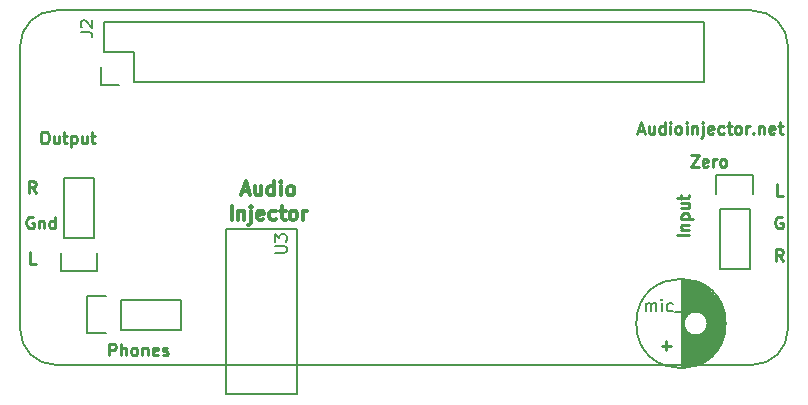
<source format=gto>
G04 #@! TF.FileFunction,Legend,Top*
%FSLAX45Y45*%
G04 Gerber Fmt 4.5, Leading zero omitted, Abs format (unit mm)*
G04 Created by KiCad (PCBNEW 4.0.6+dfsg1-1) date Thu Nov  9 14:23:44 2017*
%MOMM*%
%LPD*%
G01*
G04 APERTURE LIST*
%ADD10C,0.150000*%
%ADD11C,0.250000*%
%ADD12C,0.300000*%
G04 APERTURE END LIST*
D10*
D11*
X15881905Y-12387143D02*
X15958095Y-12387143D01*
X15920000Y-12425238D02*
X15920000Y-12349048D01*
X16127619Y-10775238D02*
X16194286Y-10775238D01*
X16127619Y-10875238D01*
X16194286Y-10875238D01*
X16270476Y-10870476D02*
X16260952Y-10875238D01*
X16241905Y-10875238D01*
X16232381Y-10870476D01*
X16227619Y-10860952D01*
X16227619Y-10822857D01*
X16232381Y-10813333D01*
X16241905Y-10808571D01*
X16260952Y-10808571D01*
X16270476Y-10813333D01*
X16275238Y-10822857D01*
X16275238Y-10832381D01*
X16227619Y-10841905D01*
X16318095Y-10875238D02*
X16318095Y-10808571D01*
X16318095Y-10827619D02*
X16322857Y-10818095D01*
X16327619Y-10813333D01*
X16337143Y-10808571D01*
X16346667Y-10808571D01*
X16394286Y-10875238D02*
X16384762Y-10870476D01*
X16380000Y-10865714D01*
X16375238Y-10856191D01*
X16375238Y-10827619D01*
X16380000Y-10818095D01*
X16384762Y-10813333D01*
X16394286Y-10808571D01*
X16408571Y-10808571D01*
X16418095Y-10813333D01*
X16422857Y-10818095D01*
X16427619Y-10827619D01*
X16427619Y-10856191D01*
X16422857Y-10865714D01*
X16418095Y-10870476D01*
X16408571Y-10875238D01*
X16394286Y-10875238D01*
X15682857Y-10566667D02*
X15730476Y-10566667D01*
X15673333Y-10595238D02*
X15706667Y-10495238D01*
X15740000Y-10595238D01*
X15816190Y-10528571D02*
X15816190Y-10595238D01*
X15773333Y-10528571D02*
X15773333Y-10580952D01*
X15778095Y-10590476D01*
X15787619Y-10595238D01*
X15801905Y-10595238D01*
X15811429Y-10590476D01*
X15816190Y-10585714D01*
X15906667Y-10595238D02*
X15906667Y-10495238D01*
X15906667Y-10590476D02*
X15897143Y-10595238D01*
X15878095Y-10595238D01*
X15868571Y-10590476D01*
X15863809Y-10585714D01*
X15859048Y-10576191D01*
X15859048Y-10547619D01*
X15863809Y-10538095D01*
X15868571Y-10533333D01*
X15878095Y-10528571D01*
X15897143Y-10528571D01*
X15906667Y-10533333D01*
X15954286Y-10595238D02*
X15954286Y-10528571D01*
X15954286Y-10495238D02*
X15949524Y-10500000D01*
X15954286Y-10504762D01*
X15959048Y-10500000D01*
X15954286Y-10495238D01*
X15954286Y-10504762D01*
X16016190Y-10595238D02*
X16006667Y-10590476D01*
X16001905Y-10585714D01*
X15997143Y-10576191D01*
X15997143Y-10547619D01*
X16001905Y-10538095D01*
X16006667Y-10533333D01*
X16016190Y-10528571D01*
X16030476Y-10528571D01*
X16040000Y-10533333D01*
X16044762Y-10538095D01*
X16049524Y-10547619D01*
X16049524Y-10576191D01*
X16044762Y-10585714D01*
X16040000Y-10590476D01*
X16030476Y-10595238D01*
X16016190Y-10595238D01*
X16092381Y-10595238D02*
X16092381Y-10528571D01*
X16092381Y-10495238D02*
X16087619Y-10500000D01*
X16092381Y-10504762D01*
X16097143Y-10500000D01*
X16092381Y-10495238D01*
X16092381Y-10504762D01*
X16140000Y-10528571D02*
X16140000Y-10595238D01*
X16140000Y-10538095D02*
X16144762Y-10533333D01*
X16154286Y-10528571D01*
X16168571Y-10528571D01*
X16178095Y-10533333D01*
X16182857Y-10542857D01*
X16182857Y-10595238D01*
X16230476Y-10528571D02*
X16230476Y-10614286D01*
X16225714Y-10623810D01*
X16216190Y-10628571D01*
X16211428Y-10628571D01*
X16230476Y-10495238D02*
X16225714Y-10500000D01*
X16230476Y-10504762D01*
X16235238Y-10500000D01*
X16230476Y-10495238D01*
X16230476Y-10504762D01*
X16316190Y-10590476D02*
X16306667Y-10595238D01*
X16287619Y-10595238D01*
X16278095Y-10590476D01*
X16273333Y-10580952D01*
X16273333Y-10542857D01*
X16278095Y-10533333D01*
X16287619Y-10528571D01*
X16306667Y-10528571D01*
X16316190Y-10533333D01*
X16320952Y-10542857D01*
X16320952Y-10552381D01*
X16273333Y-10561905D01*
X16406667Y-10590476D02*
X16397143Y-10595238D01*
X16378095Y-10595238D01*
X16368571Y-10590476D01*
X16363809Y-10585714D01*
X16359047Y-10576191D01*
X16359047Y-10547619D01*
X16363809Y-10538095D01*
X16368571Y-10533333D01*
X16378095Y-10528571D01*
X16397143Y-10528571D01*
X16406667Y-10533333D01*
X16435238Y-10528571D02*
X16473333Y-10528571D01*
X16449524Y-10495238D02*
X16449524Y-10580952D01*
X16454286Y-10590476D01*
X16463809Y-10595238D01*
X16473333Y-10595238D01*
X16520952Y-10595238D02*
X16511428Y-10590476D01*
X16506667Y-10585714D01*
X16501905Y-10576191D01*
X16501905Y-10547619D01*
X16506667Y-10538095D01*
X16511428Y-10533333D01*
X16520952Y-10528571D01*
X16535238Y-10528571D01*
X16544762Y-10533333D01*
X16549524Y-10538095D01*
X16554286Y-10547619D01*
X16554286Y-10576191D01*
X16549524Y-10585714D01*
X16544762Y-10590476D01*
X16535238Y-10595238D01*
X16520952Y-10595238D01*
X16597143Y-10595238D02*
X16597143Y-10528571D01*
X16597143Y-10547619D02*
X16601905Y-10538095D01*
X16606667Y-10533333D01*
X16616190Y-10528571D01*
X16625714Y-10528571D01*
X16659048Y-10585714D02*
X16663809Y-10590476D01*
X16659048Y-10595238D01*
X16654286Y-10590476D01*
X16659048Y-10585714D01*
X16659048Y-10595238D01*
X16706667Y-10528571D02*
X16706667Y-10595238D01*
X16706667Y-10538095D02*
X16711428Y-10533333D01*
X16720952Y-10528571D01*
X16735238Y-10528571D01*
X16744762Y-10533333D01*
X16749524Y-10542857D01*
X16749524Y-10595238D01*
X16835238Y-10590476D02*
X16825714Y-10595238D01*
X16806667Y-10595238D01*
X16797143Y-10590476D01*
X16792381Y-10580952D01*
X16792381Y-10542857D01*
X16797143Y-10533333D01*
X16806667Y-10528571D01*
X16825714Y-10528571D01*
X16835238Y-10533333D01*
X16840000Y-10542857D01*
X16840000Y-10552381D01*
X16792381Y-10561905D01*
X16868571Y-10528571D02*
X16906667Y-10528571D01*
X16882857Y-10495238D02*
X16882857Y-10580952D01*
X16887619Y-10590476D01*
X16897143Y-10595238D01*
X16906667Y-10595238D01*
X11204762Y-12470238D02*
X11204762Y-12370238D01*
X11242857Y-12370238D01*
X11252381Y-12375000D01*
X11257143Y-12379762D01*
X11261905Y-12389286D01*
X11261905Y-12403571D01*
X11257143Y-12413095D01*
X11252381Y-12417857D01*
X11242857Y-12422619D01*
X11204762Y-12422619D01*
X11304762Y-12470238D02*
X11304762Y-12370238D01*
X11347619Y-12470238D02*
X11347619Y-12417857D01*
X11342857Y-12408333D01*
X11333333Y-12403571D01*
X11319048Y-12403571D01*
X11309524Y-12408333D01*
X11304762Y-12413095D01*
X11409524Y-12470238D02*
X11400000Y-12465476D01*
X11395238Y-12460714D01*
X11390476Y-12451190D01*
X11390476Y-12422619D01*
X11395238Y-12413095D01*
X11400000Y-12408333D01*
X11409524Y-12403571D01*
X11423810Y-12403571D01*
X11433333Y-12408333D01*
X11438095Y-12413095D01*
X11442857Y-12422619D01*
X11442857Y-12451190D01*
X11438095Y-12460714D01*
X11433333Y-12465476D01*
X11423810Y-12470238D01*
X11409524Y-12470238D01*
X11485714Y-12403571D02*
X11485714Y-12470238D01*
X11485714Y-12413095D02*
X11490476Y-12408333D01*
X11500000Y-12403571D01*
X11514286Y-12403571D01*
X11523810Y-12408333D01*
X11528571Y-12417857D01*
X11528571Y-12470238D01*
X11614286Y-12465476D02*
X11604762Y-12470238D01*
X11585714Y-12470238D01*
X11576190Y-12465476D01*
X11571429Y-12455952D01*
X11571429Y-12417857D01*
X11576190Y-12408333D01*
X11585714Y-12403571D01*
X11604762Y-12403571D01*
X11614286Y-12408333D01*
X11619048Y-12417857D01*
X11619048Y-12427381D01*
X11571429Y-12436905D01*
X11657143Y-12465476D02*
X11666667Y-12470238D01*
X11685714Y-12470238D01*
X11695238Y-12465476D01*
X11700000Y-12455952D01*
X11700000Y-12451190D01*
X11695238Y-12441667D01*
X11685714Y-12436905D01*
X11671429Y-12436905D01*
X11661905Y-12432143D01*
X11657143Y-12422619D01*
X11657143Y-12417857D01*
X11661905Y-12408333D01*
X11671429Y-12403571D01*
X11685714Y-12403571D01*
X11695238Y-12408333D01*
X16115238Y-11454286D02*
X16015238Y-11454286D01*
X16048571Y-11406667D02*
X16115238Y-11406667D01*
X16058095Y-11406667D02*
X16053333Y-11401905D01*
X16048571Y-11392381D01*
X16048571Y-11378095D01*
X16053333Y-11368571D01*
X16062857Y-11363809D01*
X16115238Y-11363809D01*
X16048571Y-11316190D02*
X16148571Y-11316190D01*
X16053333Y-11316190D02*
X16048571Y-11306667D01*
X16048571Y-11287619D01*
X16053333Y-11278095D01*
X16058095Y-11273333D01*
X16067619Y-11268571D01*
X16096190Y-11268571D01*
X16105714Y-11273333D01*
X16110476Y-11278095D01*
X16115238Y-11287619D01*
X16115238Y-11306667D01*
X16110476Y-11316190D01*
X16048571Y-11182857D02*
X16115238Y-11182857D01*
X16048571Y-11225714D02*
X16100952Y-11225714D01*
X16110476Y-11220952D01*
X16115238Y-11211429D01*
X16115238Y-11197143D01*
X16110476Y-11187619D01*
X16105714Y-11182857D01*
X16048571Y-11149524D02*
X16048571Y-11111429D01*
X16015238Y-11135238D02*
X16100952Y-11135238D01*
X16110476Y-11130476D01*
X16115238Y-11120952D01*
X16115238Y-11111429D01*
X10560714Y-11300000D02*
X10551191Y-11295238D01*
X10536905Y-11295238D01*
X10522619Y-11300000D01*
X10513095Y-11309524D01*
X10508333Y-11319048D01*
X10503571Y-11338095D01*
X10503571Y-11352381D01*
X10508333Y-11371429D01*
X10513095Y-11380952D01*
X10522619Y-11390476D01*
X10536905Y-11395238D01*
X10546429Y-11395238D01*
X10560714Y-11390476D01*
X10565476Y-11385714D01*
X10565476Y-11352381D01*
X10546429Y-11352381D01*
X10608333Y-11328571D02*
X10608333Y-11395238D01*
X10608333Y-11338095D02*
X10613095Y-11333333D01*
X10622619Y-11328571D01*
X10636905Y-11328571D01*
X10646429Y-11333333D01*
X10651191Y-11342857D01*
X10651191Y-11395238D01*
X10741667Y-11395238D02*
X10741667Y-11295238D01*
X10741667Y-11390476D02*
X10732143Y-11395238D01*
X10713095Y-11395238D01*
X10703571Y-11390476D01*
X10698810Y-11385714D01*
X10694048Y-11376190D01*
X10694048Y-11347619D01*
X10698810Y-11338095D01*
X10703571Y-11333333D01*
X10713095Y-11328571D01*
X10732143Y-11328571D01*
X10741667Y-11333333D01*
X10580952Y-11695238D02*
X10533333Y-11695238D01*
X10533333Y-11595238D01*
X10647619Y-10575238D02*
X10666667Y-10575238D01*
X10676191Y-10580000D01*
X10685714Y-10589524D01*
X10690476Y-10608571D01*
X10690476Y-10641905D01*
X10685714Y-10660952D01*
X10676191Y-10670476D01*
X10666667Y-10675238D01*
X10647619Y-10675238D01*
X10638095Y-10670476D01*
X10628571Y-10660952D01*
X10623810Y-10641905D01*
X10623810Y-10608571D01*
X10628571Y-10589524D01*
X10638095Y-10580000D01*
X10647619Y-10575238D01*
X10776191Y-10608571D02*
X10776191Y-10675238D01*
X10733333Y-10608571D02*
X10733333Y-10660952D01*
X10738095Y-10670476D01*
X10747619Y-10675238D01*
X10761905Y-10675238D01*
X10771429Y-10670476D01*
X10776191Y-10665714D01*
X10809524Y-10608571D02*
X10847619Y-10608571D01*
X10823810Y-10575238D02*
X10823810Y-10660952D01*
X10828571Y-10670476D01*
X10838095Y-10675238D01*
X10847619Y-10675238D01*
X10880952Y-10608571D02*
X10880952Y-10708571D01*
X10880952Y-10613333D02*
X10890476Y-10608571D01*
X10909524Y-10608571D01*
X10919048Y-10613333D01*
X10923810Y-10618095D01*
X10928572Y-10627619D01*
X10928572Y-10656191D01*
X10923810Y-10665714D01*
X10919048Y-10670476D01*
X10909524Y-10675238D01*
X10890476Y-10675238D01*
X10880952Y-10670476D01*
X11014286Y-10608571D02*
X11014286Y-10675238D01*
X10971429Y-10608571D02*
X10971429Y-10660952D01*
X10976191Y-10670476D01*
X10985714Y-10675238D01*
X11000000Y-10675238D01*
X11009524Y-10670476D01*
X11014286Y-10665714D01*
X11047619Y-10608571D02*
X11085714Y-10608571D01*
X11061905Y-10575238D02*
X11061905Y-10660952D01*
X11066667Y-10670476D01*
X11076191Y-10675238D01*
X11085714Y-10675238D01*
X10580952Y-11095238D02*
X10547619Y-11047619D01*
X10523810Y-11095238D02*
X10523810Y-10995238D01*
X10561905Y-10995238D01*
X10571429Y-11000000D01*
X10576191Y-11004762D01*
X10580952Y-11014286D01*
X10580952Y-11028571D01*
X10576191Y-11038095D01*
X10571429Y-11042857D01*
X10561905Y-11047619D01*
X10523810Y-11047619D01*
X16905952Y-11120238D02*
X16858333Y-11120238D01*
X16858333Y-11020238D01*
X16901191Y-11300000D02*
X16891667Y-11295238D01*
X16877381Y-11295238D01*
X16863095Y-11300000D01*
X16853571Y-11309524D01*
X16848810Y-11319048D01*
X16844048Y-11338095D01*
X16844048Y-11352381D01*
X16848810Y-11371429D01*
X16853571Y-11380952D01*
X16863095Y-11390476D01*
X16877381Y-11395238D01*
X16886905Y-11395238D01*
X16901191Y-11390476D01*
X16905952Y-11385714D01*
X16905952Y-11352381D01*
X16886905Y-11352381D01*
X16905952Y-11670238D02*
X16872619Y-11622619D01*
X16848810Y-11670238D02*
X16848810Y-11570238D01*
X16886905Y-11570238D01*
X16896429Y-11575000D01*
X16901191Y-11579762D01*
X16905952Y-11589286D01*
X16905952Y-11603571D01*
X16901191Y-11613095D01*
X16896429Y-11617857D01*
X16886905Y-11622619D01*
X16848810Y-11622619D01*
D12*
X12331188Y-11080942D02*
X12388331Y-11080942D01*
X12319759Y-11115228D02*
X12359759Y-10995228D01*
X12399759Y-11115228D01*
X12491188Y-11035228D02*
X12491188Y-11115228D01*
X12439759Y-11035228D02*
X12439759Y-11098085D01*
X12445474Y-11109513D01*
X12456902Y-11115228D01*
X12474045Y-11115228D01*
X12485474Y-11109513D01*
X12491188Y-11103799D01*
X12599759Y-11115228D02*
X12599759Y-10995228D01*
X12599759Y-11109513D02*
X12588331Y-11115228D01*
X12565474Y-11115228D01*
X12554045Y-11109513D01*
X12548331Y-11103799D01*
X12542616Y-11092371D01*
X12542616Y-11058085D01*
X12548331Y-11046656D01*
X12554045Y-11040942D01*
X12565474Y-11035228D01*
X12588331Y-11035228D01*
X12599759Y-11040942D01*
X12656902Y-11115228D02*
X12656902Y-11035228D01*
X12656902Y-10995228D02*
X12651188Y-11000942D01*
X12656902Y-11006656D01*
X12662616Y-11000942D01*
X12656902Y-10995228D01*
X12656902Y-11006656D01*
X12731188Y-11115228D02*
X12719759Y-11109513D01*
X12714045Y-11103799D01*
X12708331Y-11092371D01*
X12708331Y-11058085D01*
X12714045Y-11046656D01*
X12719759Y-11040942D01*
X12731188Y-11035228D01*
X12748331Y-11035228D01*
X12759759Y-11040942D01*
X12765474Y-11046656D01*
X12771188Y-11058085D01*
X12771188Y-11092371D01*
X12765474Y-11103799D01*
X12759759Y-11109513D01*
X12748331Y-11115228D01*
X12731188Y-11115228D01*
X12239759Y-11325228D02*
X12239759Y-11205228D01*
X12296902Y-11245228D02*
X12296902Y-11325228D01*
X12296902Y-11256656D02*
X12302617Y-11250942D01*
X12314045Y-11245228D01*
X12331188Y-11245228D01*
X12342617Y-11250942D01*
X12348331Y-11262371D01*
X12348331Y-11325228D01*
X12405474Y-11245228D02*
X12405474Y-11348085D01*
X12399759Y-11359513D01*
X12388331Y-11365228D01*
X12382617Y-11365228D01*
X12405474Y-11205228D02*
X12399759Y-11210942D01*
X12405474Y-11216656D01*
X12411188Y-11210942D01*
X12405474Y-11205228D01*
X12405474Y-11216656D01*
X12508331Y-11319513D02*
X12496902Y-11325228D01*
X12474045Y-11325228D01*
X12462617Y-11319513D01*
X12456902Y-11308085D01*
X12456902Y-11262371D01*
X12462617Y-11250942D01*
X12474045Y-11245228D01*
X12496902Y-11245228D01*
X12508331Y-11250942D01*
X12514045Y-11262371D01*
X12514045Y-11273799D01*
X12456902Y-11285228D01*
X12616902Y-11319513D02*
X12605474Y-11325228D01*
X12582617Y-11325228D01*
X12571188Y-11319513D01*
X12565474Y-11313799D01*
X12559759Y-11302371D01*
X12559759Y-11268085D01*
X12565474Y-11256656D01*
X12571188Y-11250942D01*
X12582617Y-11245228D01*
X12605474Y-11245228D01*
X12616902Y-11250942D01*
X12651188Y-11245228D02*
X12696902Y-11245228D01*
X12668331Y-11205228D02*
X12668331Y-11308085D01*
X12674045Y-11319513D01*
X12685474Y-11325228D01*
X12696902Y-11325228D01*
X12754045Y-11325228D02*
X12742617Y-11319513D01*
X12736902Y-11313799D01*
X12731188Y-11302371D01*
X12731188Y-11268085D01*
X12736902Y-11256656D01*
X12742617Y-11250942D01*
X12754045Y-11245228D01*
X12771188Y-11245228D01*
X12782617Y-11250942D01*
X12788331Y-11256656D01*
X12794045Y-11268085D01*
X12794045Y-11302371D01*
X12788331Y-11313799D01*
X12782617Y-11319513D01*
X12771188Y-11325228D01*
X12754045Y-11325228D01*
X12845474Y-11325228D02*
X12845474Y-11245228D01*
X12845474Y-11268085D02*
X12851188Y-11256656D01*
X12856902Y-11250942D01*
X12868331Y-11245228D01*
X12879759Y-11245228D01*
D10*
X16950000Y-12205000D02*
X16950000Y-12250000D01*
X16650000Y-12550000D02*
X16595000Y-12550000D01*
X16950000Y-12205000D02*
X16950000Y-12250000D01*
X16950000Y-9850000D02*
X16950000Y-12205000D01*
X10750000Y-12550000D02*
X16595000Y-12550000D01*
X10450000Y-11450000D02*
X10450000Y-12250000D01*
X10750000Y-9550000D02*
X16600000Y-9550000D01*
X10450000Y-11450000D02*
X10450000Y-9850000D01*
X10450000Y-12250000D02*
G75*
G03X10750000Y-12550000I300000J0D01*
G01*
X16650000Y-12550000D02*
G75*
G03X16950000Y-12250000I0J300000D01*
G01*
X16650000Y-9550000D02*
X16600000Y-9550000D01*
X16950000Y-9850000D02*
G75*
G03X16650000Y-9550000I-300000J0D01*
G01*
X10750000Y-9550000D02*
G75*
G03X10450000Y-9850000I0J-300000D01*
G01*
X16373000Y-11227000D02*
X16373000Y-11735000D01*
X16373000Y-11735000D02*
X16627000Y-11735000D01*
X16627000Y-11735000D02*
X16627000Y-11227000D01*
X16655000Y-10945000D02*
X16655000Y-11100000D01*
X16627000Y-11227000D02*
X16373000Y-11227000D01*
X16345000Y-11100000D02*
X16345000Y-10945000D01*
X16345000Y-10945000D02*
X16655000Y-10945000D01*
X16244188Y-9644942D02*
X11164188Y-9644942D01*
X11418188Y-10152942D02*
X16244188Y-10152942D01*
X16244188Y-9644942D02*
X16244188Y-10152942D01*
X11164188Y-9644942D02*
X11164188Y-9898942D01*
X11136188Y-10025942D02*
X11136188Y-10180942D01*
X11164188Y-9898942D02*
X11418188Y-9898942D01*
X11418188Y-9898942D02*
X11418188Y-10152942D01*
X11136188Y-10180942D02*
X11291188Y-10180942D01*
X12191188Y-12550942D02*
X12191188Y-12800942D01*
X12191188Y-12800942D02*
X12791188Y-12800942D01*
X12791188Y-12800942D02*
X12791188Y-12550942D01*
X12191188Y-12550942D02*
X12191188Y-11400942D01*
X12191188Y-11400942D02*
X12791188Y-11400942D01*
X12791188Y-11400942D02*
X12791188Y-12550942D01*
X12791188Y-12550942D02*
X12191188Y-12550942D01*
X16052500Y-11825100D02*
X16052500Y-12574900D01*
X16066500Y-11825600D02*
X16066500Y-12574400D01*
X16080500Y-11826700D02*
X16080500Y-12155400D01*
X16080500Y-12244600D02*
X16080500Y-12573300D01*
X16094500Y-11828300D02*
X16094500Y-12134400D01*
X16094500Y-12265600D02*
X16094500Y-12571700D01*
X16108500Y-11830400D02*
X16108500Y-12121100D01*
X16108500Y-12278900D02*
X16108500Y-12569600D01*
X16122500Y-11833100D02*
X16122500Y-12112000D01*
X16122500Y-12288000D02*
X16122500Y-12566900D01*
X16136500Y-11836300D02*
X16136500Y-12105800D01*
X16136500Y-12294200D02*
X16136500Y-12563700D01*
X16150500Y-11840100D02*
X16150500Y-12101900D01*
X16150500Y-12298100D02*
X16150500Y-12559900D01*
X16164500Y-11844500D02*
X16164500Y-12100200D01*
X16164500Y-12299800D02*
X16164500Y-12555500D01*
X16178500Y-11849600D02*
X16178500Y-12100400D01*
X16178500Y-12299600D02*
X16178500Y-12550400D01*
X16192500Y-11855200D02*
X16192500Y-12102600D01*
X16192500Y-12297400D02*
X16192500Y-12544800D01*
X16206500Y-11861600D02*
X16206500Y-12106900D01*
X16206500Y-12293100D02*
X16206500Y-12538400D01*
X16220500Y-11868600D02*
X16220500Y-12113700D01*
X16220500Y-12286300D02*
X16220500Y-12531400D01*
X16234500Y-11876400D02*
X16234500Y-12123600D01*
X16234500Y-12276400D02*
X16234500Y-12523600D01*
X16248500Y-11885000D02*
X16248500Y-12138100D01*
X16248500Y-12261900D02*
X16248500Y-12515000D01*
X16262500Y-11894500D02*
X16262500Y-12162000D01*
X16262500Y-12238000D02*
X16262500Y-12505500D01*
X16276500Y-11905000D02*
X16276500Y-12495000D01*
X16290500Y-11916500D02*
X16290500Y-12483500D01*
X16304500Y-11929300D02*
X16304500Y-12470700D01*
X16318500Y-11943400D02*
X16318500Y-12456600D01*
X16332500Y-11959200D02*
X16332500Y-12440800D01*
X16346500Y-11977000D02*
X16346500Y-12423000D01*
X16360500Y-11997300D02*
X16360500Y-12402700D01*
X16374500Y-12021000D02*
X16374500Y-12379000D01*
X16388500Y-12049600D02*
X16388500Y-12350400D01*
X16402500Y-12086800D02*
X16402500Y-12313200D01*
X16416500Y-12148900D02*
X16416500Y-12251100D01*
X16270000Y-12200000D02*
G75*
G03X16270000Y-12200000I-100000J0D01*
G01*
X16423750Y-12200000D02*
G75*
G03X16423750Y-12200000I-378750J0D01*
G01*
X11077000Y-11473000D02*
X11077000Y-10965000D01*
X11077000Y-10965000D02*
X10823000Y-10965000D01*
X10823000Y-10965000D02*
X10823000Y-11473000D01*
X10795000Y-11755000D02*
X10795000Y-11600000D01*
X10823000Y-11473000D02*
X11077000Y-11473000D01*
X11105000Y-11600000D02*
X11105000Y-11755000D01*
X11105000Y-11755000D02*
X10795000Y-11755000D01*
X11302000Y-12252000D02*
X11810000Y-12252000D01*
X11810000Y-12252000D02*
X11810000Y-11998000D01*
X11810000Y-11998000D02*
X11302000Y-11998000D01*
X11020000Y-11970000D02*
X11175000Y-11970000D01*
X11302000Y-11998000D02*
X11302000Y-12252000D01*
X11175000Y-12280000D02*
X11020000Y-12280000D01*
X11020000Y-12280000D02*
X11020000Y-11970000D01*
X10961426Y-9734275D02*
X11032855Y-9734275D01*
X11047140Y-9739037D01*
X11056664Y-9748561D01*
X11061426Y-9762847D01*
X11061426Y-9772371D01*
X10970950Y-9691418D02*
X10966188Y-9686656D01*
X10961426Y-9677133D01*
X10961426Y-9653323D01*
X10966188Y-9643799D01*
X10970950Y-9639037D01*
X10980474Y-9634275D01*
X10989998Y-9634275D01*
X11004283Y-9639037D01*
X11061426Y-9696180D01*
X11061426Y-9634275D01*
X12606426Y-11602132D02*
X12687378Y-11602132D01*
X12696902Y-11597371D01*
X12701664Y-11592609D01*
X12706426Y-11583085D01*
X12706426Y-11564037D01*
X12701664Y-11554513D01*
X12696902Y-11549751D01*
X12687378Y-11544990D01*
X12606426Y-11544990D01*
X12606426Y-11506894D02*
X12606426Y-11444990D01*
X12644521Y-11478323D01*
X12644521Y-11464037D01*
X12649283Y-11454513D01*
X12654045Y-11449751D01*
X12663569Y-11444990D01*
X12687378Y-11444990D01*
X12696902Y-11449751D01*
X12701664Y-11454513D01*
X12706426Y-11464037D01*
X12706426Y-11492609D01*
X12701664Y-11502132D01*
X12696902Y-11506894D01*
X15749762Y-12095238D02*
X15749762Y-12028571D01*
X15749762Y-12038095D02*
X15754524Y-12033333D01*
X15764048Y-12028571D01*
X15778333Y-12028571D01*
X15787857Y-12033333D01*
X15792619Y-12042857D01*
X15792619Y-12095238D01*
X15792619Y-12042857D02*
X15797381Y-12033333D01*
X15806905Y-12028571D01*
X15821190Y-12028571D01*
X15830714Y-12033333D01*
X15835476Y-12042857D01*
X15835476Y-12095238D01*
X15883095Y-12095238D02*
X15883095Y-12028571D01*
X15883095Y-11995238D02*
X15878333Y-12000000D01*
X15883095Y-12004762D01*
X15887857Y-12000000D01*
X15883095Y-11995238D01*
X15883095Y-12004762D01*
X15973571Y-12090476D02*
X15964048Y-12095238D01*
X15945000Y-12095238D01*
X15935476Y-12090476D01*
X15930714Y-12085714D01*
X15925952Y-12076190D01*
X15925952Y-12047619D01*
X15930714Y-12038095D01*
X15935476Y-12033333D01*
X15945000Y-12028571D01*
X15964048Y-12028571D01*
X15973571Y-12033333D01*
X15992619Y-12104762D02*
X16068809Y-12104762D01*
X16145000Y-12095238D02*
X16087857Y-12095238D01*
X16116428Y-12095238D02*
X16116428Y-11995238D01*
X16106905Y-12009524D01*
X16097381Y-12019048D01*
X16087857Y-12023809D01*
M02*

</source>
